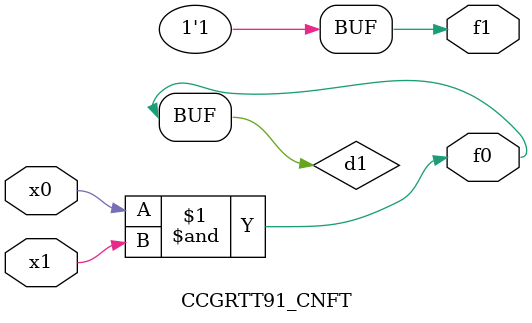
<source format=v>
module CCGRTT91_CNFT(
	input x0, x1,
	output f0, f1
);

	wire d1;

	assign f0 = d1;
	and (d1, x0, x1);
	assign f1 = 1'b1;
endmodule

</source>
